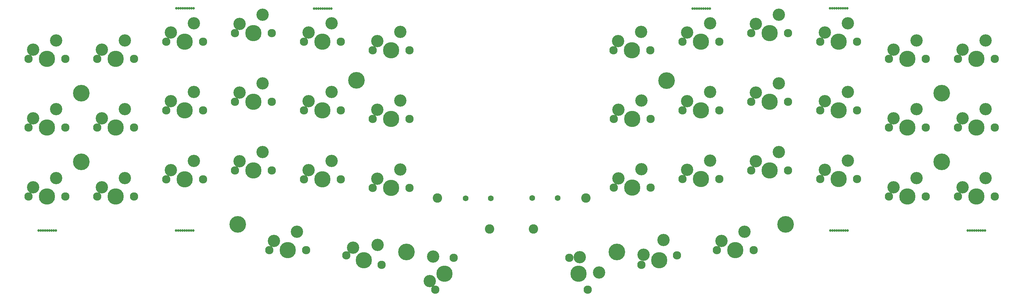
<source format=gbr>
G04 #@! TF.GenerationSoftware,KiCad,Pcbnew,5.1.5+dfsg1-2~bpo10+1*
G04 #@! TF.CreationDate,2020-09-05T17:28:50+00:00*
G04 #@! TF.ProjectId,corne-cherry,636f726e-652d-4636-9865-7272792e6b69,3.0*
G04 #@! TF.SameCoordinates,Original*
G04 #@! TF.FileFunction,Soldermask,Top*
G04 #@! TF.FilePolarity,Negative*
%FSLAX46Y46*%
G04 Gerber Fmt 4.6, Leading zero omitted, Abs format (unit mm)*
G04 Created by KiCad (PCBNEW 5.1.5+dfsg1-2~bpo10+1) date 2020-09-05 17:28:50*
%MOMM*%
%LPD*%
G04 APERTURE LIST*
%ADD10C,3.400000*%
%ADD11C,2.300000*%
%ADD12C,4.500000*%
%ADD13C,0.700000*%
%ADD14C,1.600000*%
%ADD15C,2.600000*%
%ADD16C,4.600000*%
G04 APERTURE END LIST*
D10*
X117647500Y-28325000D03*
X111297500Y-30865000D03*
D11*
X110027500Y-33405000D03*
X120187500Y-33405000D03*
D12*
X115107500Y-33405000D03*
D10*
X184154500Y-47320000D03*
X177804500Y-49860000D03*
D11*
X176534500Y-52400000D03*
X186694500Y-52400000D03*
D12*
X181614500Y-52400000D03*
D10*
X184154500Y-66320000D03*
X177804500Y-68860000D03*
D11*
X176534500Y-71400000D03*
X186694500Y-71400000D03*
D12*
X181614500Y-71400000D03*
D10*
X22647500Y-68700000D03*
X16297500Y-71240000D03*
D11*
X15027500Y-73780000D03*
X25187500Y-73780000D03*
D12*
X20107500Y-73780000D03*
D10*
X260154500Y-68695000D03*
X253804500Y-71235000D03*
D11*
X252534500Y-73775000D03*
X262694500Y-73775000D03*
D12*
X257614500Y-73775000D03*
D10*
X222154500Y-61570000D03*
X215804500Y-64110000D03*
D11*
X214534500Y-66650000D03*
X224694500Y-66650000D03*
D12*
X219614500Y-66650000D03*
D10*
X41647500Y-68700000D03*
X35297500Y-71240000D03*
D11*
X34027500Y-73780000D03*
X44187500Y-73780000D03*
D12*
X39107500Y-73780000D03*
D10*
X22647500Y-49700000D03*
X16297500Y-52240000D03*
D11*
X15027500Y-54780000D03*
X25187500Y-54780000D03*
D12*
X20107500Y-54780000D03*
D10*
X41647500Y-49700000D03*
X35297500Y-52240000D03*
D11*
X34027500Y-54780000D03*
X44187500Y-54780000D03*
D12*
X39107500Y-54780000D03*
D10*
X22647500Y-30700000D03*
X16297500Y-33240000D03*
D11*
X15027500Y-35780000D03*
X25187500Y-35780000D03*
D12*
X20107500Y-35780000D03*
D10*
X41647500Y-30700000D03*
X35297500Y-33240000D03*
D11*
X34027500Y-35780000D03*
X44187500Y-35780000D03*
D12*
X39107500Y-35780000D03*
D10*
X60647500Y-25950000D03*
X54297500Y-28490000D03*
D11*
X53027500Y-31030000D03*
X63187500Y-31030000D03*
D12*
X58107500Y-31030000D03*
D10*
X79647500Y-23575000D03*
X73297500Y-26115000D03*
D11*
X72027500Y-28655000D03*
X82187500Y-28655000D03*
D12*
X77107500Y-28655000D03*
D10*
X98647500Y-25950000D03*
X92297500Y-28490000D03*
D11*
X91027500Y-31030000D03*
X101187500Y-31030000D03*
D12*
X96107500Y-31030000D03*
D10*
X60647500Y-44950000D03*
X54297500Y-47490000D03*
D11*
X53027500Y-50030000D03*
X63187500Y-50030000D03*
D12*
X58107500Y-50030000D03*
D10*
X79647500Y-42575000D03*
X73297500Y-45115000D03*
D11*
X72027500Y-47655000D03*
X82187500Y-47655000D03*
D12*
X77107500Y-47655000D03*
D10*
X98647500Y-44950000D03*
X92297500Y-47490000D03*
D11*
X91027500Y-50030000D03*
X101187500Y-50030000D03*
D12*
X96107500Y-50030000D03*
D10*
X117647500Y-47325000D03*
X111297500Y-49865000D03*
D11*
X110027500Y-52405000D03*
X120187500Y-52405000D03*
D12*
X115107500Y-52405000D03*
D10*
X60647500Y-63950000D03*
X54297500Y-66490000D03*
D11*
X53027500Y-69030000D03*
X63187500Y-69030000D03*
D12*
X58107500Y-69030000D03*
D10*
X79647500Y-61575000D03*
X73297500Y-64115000D03*
D11*
X72027500Y-66655000D03*
X82187500Y-66655000D03*
D12*
X77107500Y-66655000D03*
D10*
X98647500Y-63950000D03*
X92297500Y-66490000D03*
D11*
X91027500Y-69030000D03*
X101187500Y-69030000D03*
D12*
X96107500Y-69030000D03*
D10*
X117647500Y-66325000D03*
X111297500Y-68865000D03*
D11*
X110027500Y-71405000D03*
X120187500Y-71405000D03*
D12*
X115107500Y-71405000D03*
D10*
X89147500Y-83575000D03*
X82797500Y-86115000D03*
D11*
X81527500Y-88655000D03*
X91687500Y-88655000D03*
D12*
X86607500Y-88655000D03*
D10*
X111375752Y-87155497D03*
X104584723Y-87965448D03*
D11*
X102700597Y-90090199D03*
X112514403Y-92719801D03*
D12*
X107607500Y-91405000D03*
D10*
X279154500Y-30695000D03*
X272804500Y-33235000D03*
D11*
X271534500Y-35775000D03*
X281694500Y-35775000D03*
D12*
X276614500Y-35775000D03*
D10*
X260154500Y-30695000D03*
X253804500Y-33235000D03*
D11*
X252534500Y-35775000D03*
X262694500Y-35775000D03*
D12*
X257614500Y-35775000D03*
D10*
X241154500Y-25945000D03*
X234804500Y-28485000D03*
D11*
X233534500Y-31025000D03*
X243694500Y-31025000D03*
D12*
X238614500Y-31025000D03*
D10*
X222154500Y-23570000D03*
X215804500Y-26110000D03*
D11*
X214534500Y-28650000D03*
X224694500Y-28650000D03*
D12*
X219614500Y-28650000D03*
D10*
X203154500Y-25945000D03*
X196804500Y-28485000D03*
D11*
X195534500Y-31025000D03*
X205694500Y-31025000D03*
D12*
X200614500Y-31025000D03*
D10*
X184147500Y-28325000D03*
X177797500Y-30865000D03*
D11*
X176527500Y-33405000D03*
X186687500Y-33405000D03*
D12*
X181607500Y-33405000D03*
D10*
X279154500Y-49695000D03*
X272804500Y-52235000D03*
D11*
X271534500Y-54775000D03*
X281694500Y-54775000D03*
D12*
X276614500Y-54775000D03*
D10*
X260154500Y-49695000D03*
X253804500Y-52235000D03*
D11*
X252534500Y-54775000D03*
X262694500Y-54775000D03*
D12*
X257614500Y-54775000D03*
D10*
X241154500Y-44945000D03*
X234804500Y-47485000D03*
D11*
X233534500Y-50025000D03*
X243694500Y-50025000D03*
D12*
X238614500Y-50025000D03*
D10*
X222154500Y-42570000D03*
X215804500Y-45110000D03*
D11*
X214534500Y-47650000D03*
X224694500Y-47650000D03*
D12*
X219614500Y-47650000D03*
D10*
X203154500Y-44945000D03*
X196804500Y-47485000D03*
D11*
X195534500Y-50025000D03*
X205694500Y-50025000D03*
D12*
X200614500Y-50025000D03*
D10*
X279154500Y-68695000D03*
X272804500Y-71235000D03*
D11*
X271534500Y-73775000D03*
X281694500Y-73775000D03*
D12*
X276614500Y-73775000D03*
D10*
X241154500Y-63945000D03*
X234804500Y-66485000D03*
D11*
X233534500Y-69025000D03*
X243694500Y-69025000D03*
D12*
X238614500Y-69025000D03*
D10*
X203154500Y-63945000D03*
X196804500Y-66485000D03*
D11*
X195534500Y-69025000D03*
X205694500Y-69025000D03*
D12*
X200614500Y-69025000D03*
D10*
X212654500Y-83570000D03*
X206304500Y-86110000D03*
D11*
X205034500Y-88650000D03*
X215194500Y-88650000D03*
D12*
X210114500Y-88650000D03*
D10*
X190253151Y-85835696D03*
X184776922Y-89932649D03*
D11*
X184207597Y-92714801D03*
X194021403Y-90085199D03*
D12*
X189114500Y-91400000D03*
D13*
X238649500Y-21870000D03*
X238055750Y-21870000D03*
X237462000Y-21870000D03*
X236868250Y-21870000D03*
X236274500Y-21870000D03*
X240430750Y-21870000D03*
X239243250Y-21870000D03*
X241024500Y-21870000D03*
X239837000Y-21870000D03*
X200737500Y-21885000D03*
X200143750Y-21885000D03*
X199550000Y-21885000D03*
X198956250Y-21885000D03*
X198362500Y-21885000D03*
X202518750Y-21885000D03*
X201331250Y-21885000D03*
X203112500Y-21885000D03*
X201925000Y-21885000D03*
X238741500Y-83193000D03*
X238147750Y-83193000D03*
X237554000Y-83193000D03*
X236960250Y-83193000D03*
X236366500Y-83193000D03*
X240522750Y-83193000D03*
X239335250Y-83193000D03*
X241116500Y-83193000D03*
X239929000Y-83193000D03*
X276655500Y-83183000D03*
X276061750Y-83183000D03*
X275468000Y-83183000D03*
X274874250Y-83183000D03*
X274280500Y-83183000D03*
X278436750Y-83183000D03*
X277249250Y-83183000D03*
X279030500Y-83183000D03*
X277843000Y-83183000D03*
X56936000Y-83178000D03*
X55748500Y-83178000D03*
X57529750Y-83178000D03*
X56342250Y-83178000D03*
X60498500Y-83178000D03*
X59904750Y-83178000D03*
X59311000Y-83178000D03*
X58717250Y-83178000D03*
X58123500Y-83178000D03*
X18975000Y-83176000D03*
X17787500Y-83176000D03*
X19568750Y-83176000D03*
X18381250Y-83176000D03*
X22537500Y-83176000D03*
X21943750Y-83176000D03*
X21350000Y-83176000D03*
X20756250Y-83176000D03*
X20162500Y-83176000D03*
X95020000Y-21873000D03*
X93832500Y-21873000D03*
X95613750Y-21873000D03*
X94426250Y-21873000D03*
X98582500Y-21873000D03*
X97988750Y-21873000D03*
X97395000Y-21873000D03*
X96801250Y-21873000D03*
X96207500Y-21873000D03*
X57049250Y-21869000D03*
X55861750Y-21869000D03*
X57643000Y-21869000D03*
X56455500Y-21869000D03*
X60611750Y-21869000D03*
X60018000Y-21869000D03*
X59424250Y-21869000D03*
X58830500Y-21869000D03*
X58236750Y-21869000D03*
D14*
X161037500Y-74270000D03*
X154037500Y-74270000D03*
X135634500Y-74292000D03*
X142634500Y-74292000D03*
D15*
X168850500Y-74264000D03*
D16*
X267099500Y-64265500D03*
X191144500Y-41775500D03*
X267099500Y-45265500D03*
X223955500Y-81530500D03*
D15*
X154418500Y-82785000D03*
D16*
X177389500Y-89145000D03*
D15*
X142301500Y-82775000D03*
X127869500Y-74254000D03*
D16*
X119330500Y-89135000D03*
X72764500Y-81520500D03*
X105575500Y-41765500D03*
X29607500Y-64280000D03*
X29607500Y-45280000D03*
D10*
X126728091Y-90415295D03*
X125752795Y-97184557D03*
D11*
X127317500Y-99554409D03*
X132397500Y-90755591D03*
D12*
X129857500Y-95155000D03*
D10*
X172533909Y-94809705D03*
X167159205Y-90580443D03*
D11*
X164324500Y-90750591D03*
X169404500Y-99549409D03*
D12*
X166864500Y-95150000D03*
M02*

</source>
